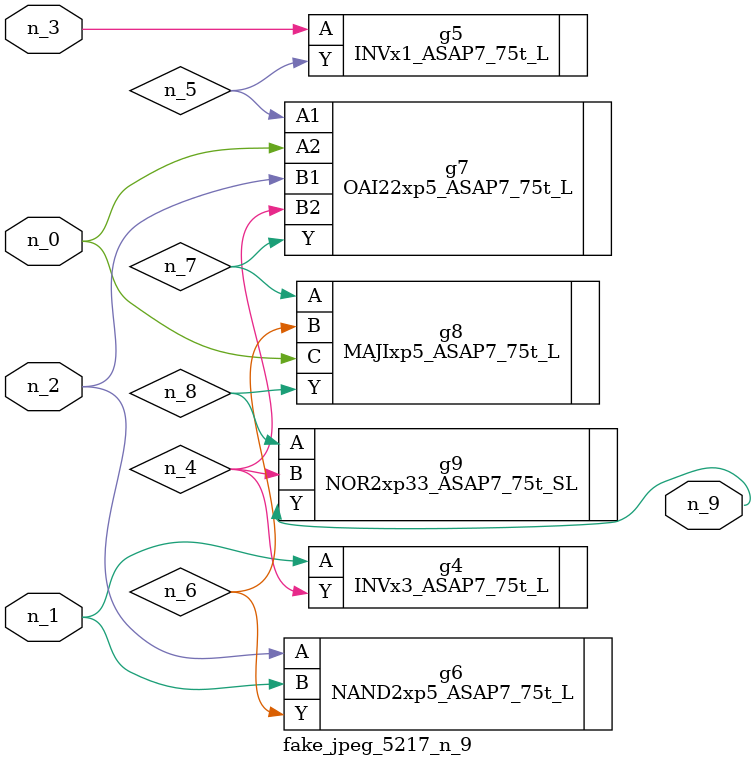
<source format=v>
module fake_jpeg_5217_n_9 (n_0, n_3, n_2, n_1, n_9);

input n_0;
input n_3;
input n_2;
input n_1;

output n_9;

wire n_4;
wire n_8;
wire n_6;
wire n_5;
wire n_7;

INVx3_ASAP7_75t_L g4 ( 
.A(n_1),
.Y(n_4)
);

INVx1_ASAP7_75t_L g5 ( 
.A(n_3),
.Y(n_5)
);

NAND2xp5_ASAP7_75t_L g6 ( 
.A(n_2),
.B(n_1),
.Y(n_6)
);

OAI22xp5_ASAP7_75t_L g7 ( 
.A1(n_5),
.A2(n_0),
.B1(n_2),
.B2(n_4),
.Y(n_7)
);

MAJIxp5_ASAP7_75t_L g8 ( 
.A(n_7),
.B(n_6),
.C(n_0),
.Y(n_8)
);

NOR2xp33_ASAP7_75t_SL g9 ( 
.A(n_8),
.B(n_4),
.Y(n_9)
);


endmodule
</source>
